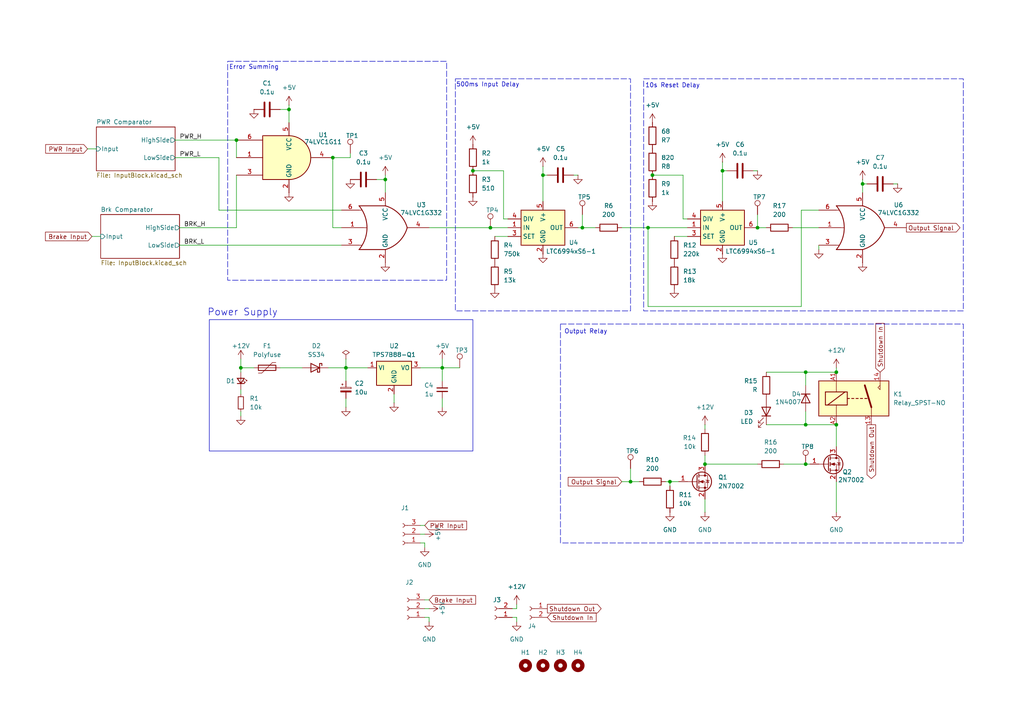
<source format=kicad_sch>
(kicad_sch (version 20250114) (generator "eeschema") (generator_version "9.0")
  (paper "A4")
  (title_block (title "BSPD ") (rev "v1.1") (company "York Formula Student"))
  (lib_symbols
    (symbol "!LJC:L78M"
      (property "Reference" "U" (at 4.318 9.652 0))
      (property "Value" "L78M05CDT" (at 5.334 7.366 0))
      (symbol "L78M_1_1"
        (rectangle (start 0 5.715) (end 10.16 -1.27) (stroke (width 0.25)) (fill (type background)))
        (pin power_in line (at -2.54 3.81 0) (length 2.54) (name "VI") (number "1"))
        (pin power_in line (at 5.08 -3.81 90) (length 2.54) (name "GND") (number "2"))
        (pin power_out line (at 12.7 3.81 180) (length 2.54) (name "VO") (number "3"))
      )
    )
    (symbol "74xGxx:74LVC1G11"
      (property "Reference" "U" (at -5.08 10.16 0))
      (property "Value" "74LVC1G11" (at 7.62 -10.16 0))
      (symbol "74LVC1G11_0_1"
        (arc (start 0 6.35) (mid 6.3224 0) (end 0 -6.35) (stroke (width 0.254)) (fill (type background)))
        (polyline (pts (xy 0 -6.35) (xy -7.62 -6.35) (xy -7.62 6.35) (xy 0 6.35)) (stroke (width 0.254)) (fill (type background)))
      )
      (symbol "74LVC1G11_1_1"
        (pin input line (at -15.24 5.08 0) (length 7.62) (name "~") (number "6"))
        (pin input line (at -15.24 0 0) (length 7.62) (name "~") (number "1"))
        (pin input line (at -15.24 -5.08 0) (length 7.62) (name "~") (number "3"))
        (pin power_in line (at 0 10.16 270) (length 3.81) (name "VCC") (number "5"))
        (pin power_in line (at 0 -10.16 90) (length 3.81) (name "GND") (number "2"))
        (pin output line (at 12.7 0 180) (length 6.35) (name "~") (number "4"))
      )
    )
    (symbol "74xGxx:74LVC1G332"
      (property "Reference" "U" (at -7.112 7.366 0))
      (property "Value" "74LVC1G332" (at 6.096 -7.62 0))
      (symbol "74LVC1G332_0_1"
        (arc (start -7.62 6.35) (mid -5.321 0) (end -7.62 -6.35) (stroke (width 0.254)))
        (polyline (pts (xy -7.62 5.08) (xy -6.858 5.08)))
        (polyline (pts (xy -7.62 -5.08) (xy -6.858 -5.08)))
        (polyline (pts (xy -6.35 0) (xy -5.334 0)))
        (arc (start 6.35 0) (mid 3.9978 -3.9978) (end 0 -6.35) (stroke (width 0.254)))
        (arc (start 0 6.35) (mid 3.9978 3.9978) (end 6.35 0) (stroke (width 0.254)))
        (polyline (pts (xy 0 6.35) (xy -7.62 6.35)) (stroke (width 0.254)) (fill (type background)))
        (polyline (pts (xy 0 -6.35) (xy -7.62 -6.35)) (stroke (width 0.254)) (fill (type background)))
      )
      (symbol "74LVC1G332_1_1"
        (pin input line (at -12.7 5.08 0) (length 5.08) (name "~") (number "6"))
        (pin input line (at -12.7 0 0) (length 6.35) (name "~") (number "1"))
        (pin input line (at -12.7 -5.08 0) (length 5.08) (name "~") (number "3"))
        (pin power_in line (at 0 10.16 270) (length 3.81) (name "VCC") (number "5"))
        (pin power_in line (at 0 -10.16 90) (length 3.81) (name "GND") (number "2"))
        (pin output line (at 12.7 0 180) (length 6.35) (name "~") (number "4"))
      )
    )
    (symbol "Connector:Conn_01x02_Socket" (pin_names (offset 1.016) (hide yes))
      (property "Reference" "J" (at 0 2.54 0))
      (property "Value" "Conn_01x02_Socket" (at 0 -5.08 0))
      (symbol "Conn_01x02_Socket_1_1"
        (polyline (pts (xy -1.27 0) (xy -0.508 0)) (stroke (width 0.1524)))
        (polyline (pts (xy -1.27 -2.54) (xy -0.508 -2.54)) (stroke (width 0.1524)))
        (arc (start 0 -0.508) (mid -0.5058 0) (end 0 0.508) (stroke (width 0.1524)))
        (arc (start 0 -3.048) (mid -0.5058 -2.54) (end 0 -2.032) (stroke (width 0.1524)))
        (pin passive line (at -5.08 0 0) (length 3.81) (name "Pin_1") (number "1"))
        (pin passive line (at -5.08 -2.54 0) (length 3.81) (name "Pin_2") (number "2"))
      )
    )
    (symbol "Connector:Conn_01x03_Socket" (pin_names (offset 1.016) (hide yes))
      (property "Reference" "J" (at 0 5.08 0))
      (property "Value" "Conn_01x03_Socket" (at 0 -5.08 0))
      (symbol "Conn_01x03_Socket_1_1"
        (polyline (pts (xy -1.27 2.54) (xy -0.508 2.54)) (stroke (width 0.1524)))
        (polyline (pts (xy -1.27 0) (xy -0.508 0)) (stroke (width 0.1524)))
        (polyline (pts (xy -1.27 -2.54) (xy -0.508 -2.54)) (stroke (width 0.1524)))
        (arc (start 0 2.032) (mid -0.5058 2.54) (end 0 3.048) (stroke (width 0.1524)))
        (arc (start 0 -0.508) (mid -0.5058 0) (end 0 0.508) (stroke (width 0.1524)))
        (arc (start 0 -3.048) (mid -0.5058 -2.54) (end 0 -2.032) (stroke (width 0.1524)))
        (pin passive line (at -5.08 2.54 0) (length 3.81) (name "Pin_1") (number "1"))
        (pin passive line (at -5.08 0 0) (length 3.81) (name "Pin_2") (number "2"))
        (pin passive line (at -5.08 -2.54 0) (length 3.81) (name "Pin_3") (number "3"))
      )
    )
    (symbol "Connector:TestPoint" (pin_numbers (hide yes)) (pin_names (offset 0.762) (hide yes))
      (property "Reference" "TP" (at 0 6.858 0))
      (property "Value" "TestPoint" (at 0 5.08 0))
      (symbol "TestPoint_0_1"
        (circle (center 0 3.302) (radius 0.762))
      )
      (symbol "TestPoint_1_1"
        (pin passive line (at 0 0 90) (length 2.54) (name "1") (number "1"))
      )
    )
    (symbol "Device:C" (pin_numbers (hide yes)) (pin_names (offset 0.254))
      (property "Reference" "C" (at 0.635 2.54 0))
      (property "Value" "C" (at 0.635 -2.54 0))
      (symbol "C_0_1"
        (polyline (pts (xy -2.032 0.762) (xy 2.032 0.762)) (stroke (width 0.508)))
        (polyline (pts (xy -2.032 -0.762) (xy 2.032 -0.762)) (stroke (width 0.508)))
      )
      (symbol "C_1_1"
        (pin passive line (at 0 3.81 270) (length 2.794) (name "~") (number "1"))
        (pin passive line (at 0 -3.81 90) (length 2.794) (name "~") (number "2"))
      )
    )
    (symbol "Device:C_Polarized_Small" (pin_numbers (hide yes)) (pin_names (offset 0.254) (hide yes))
      (property "Reference" "C" (at 0.254 1.778 0))
      (property "Value" "C_Polarized_Small" (at 0.254 -2.032 0))
      (symbol "C_Polarized_Small_0_1"
        (rectangle (start -1.524 0.6858) (end 1.524 0.3048))
        (rectangle (start -1.524 -0.3048) (end 1.524 -0.6858) (fill (type outline)))
        (polyline (pts (xy -1.27 1.524) (xy -0.762 1.524)))
        (polyline (pts (xy -1.016 1.27) (xy -1.016 1.778)))
      )
      (symbol "C_Polarized_Small_1_1"
        (pin passive line (at 0 2.54 270) (length 1.8542) (name "~") (number "1"))
        (pin passive line (at 0 -2.54 90) (length 1.8542) (name "~") (number "2"))
      )
    )
    (symbol "Device:C_Small" (pin_numbers (hide yes)) (pin_names (offset 0.254) (hide yes))
      (property "Reference" "C" (at 0.254 1.778 0))
      (property "Value" "C_Small" (at 0.254 -2.032 0))
      (symbol "C_Small_0_1"
        (polyline (pts (xy -1.524 0.508) (xy 1.524 0.508)) (stroke (width 0.3048)))
        (polyline (pts (xy -1.524 -0.508) (xy 1.524 -0.508)) (stroke (width 0.3302)))
      )
      (symbol "C_Small_1_1"
        (pin passive line (at 0 2.54 270) (length 2.032) (name "~") (number "1"))
        (pin passive line (at 0 -2.54 90) (length 2.032) (name "~") (number "2"))
      )
    )
    (symbol "Device:LED" (pin_numbers (hide yes)) (pin_names (offset 1.016) (hide yes))
      (property "Reference" "D" (at 0 2.54 0))
      (property "Value" "LED" (at 0 -2.54 0))
      (symbol "LED_0_1"
        (polyline (pts (xy -3.048 -0.762) (xy -4.572 -2.286) (xy -3.81 -2.286) (xy -4.572 -2.286) (xy -4.572 -1.524)))
        (polyline (pts (xy -1.778 -0.762) (xy -3.302 -2.286) (xy -2.54 -2.286) (xy -3.302 -2.286) (xy -3.302 -1.524)))
        (polyline (pts (xy -1.27 0) (xy 1.27 0)))
        (polyline (pts (xy -1.27 -1.27) (xy -1.27 1.27)) (stroke (width 0.254)))
        (polyline (pts (xy 1.27 -1.27) (xy 1.27 1.27) (xy -1.27 0) (xy 1.27 -1.27)) (stroke (width 0.254)))
      )
      (symbol "LED_1_1"
        (pin passive line (at -3.81 0 0) (length 2.54) (name "K") (number "1"))
        (pin passive line (at 3.81 0 180) (length 2.54) (name "A") (number "2"))
      )
    )
    (symbol "Device:LED_Small" (pin_numbers (hide yes)) (pin_names (offset 0.254) (hide yes))
      (property "Reference" "D" (at -1.27 3.175 0))
      (property "Value" "LED_Small" (at -4.445 -2.54 0))
      (symbol "LED_Small_0_1"
        (polyline (pts (xy -0.762 -1.016) (xy -0.762 1.016)) (stroke (width 0.254)))
        (polyline (pts (xy 0 0.762) (xy -0.508 1.27) (xy -0.254 1.27) (xy -0.508 1.27) (xy -0.508 1.016)))
        (polyline (pts (xy 0.508 1.27) (xy 0 1.778) (xy 0.254 1.778) (xy 0 1.778) (xy 0 1.524)))
        (polyline (pts (xy 0.762 -1.016) (xy -0.762 0) (xy 0.762 1.016) (xy 0.762 -1.016)) (stroke (width 0.254)))
        (polyline (pts (xy 1.016 0) (xy -0.762 0)))
      )
      (symbol "LED_Small_1_1"
        (pin passive line (at -2.54 0 0) (length 1.778) (name "K") (number "1"))
        (pin passive line (at 2.54 0 180) (length 1.778) (name "A") (number "2"))
      )
    )
    (symbol "Device:Polyfuse" (pin_numbers (hide yes)) (pin_names (offset 0))
      (property "Reference" "F" (at -2.54 0 90))
      (property "Value" "Polyfuse" (at 2.54 0 90))
      (symbol "Polyfuse_0_1"
        (polyline (pts (xy -1.524 2.54) (xy -1.524 1.524) (xy 1.524 -1.524) (xy 1.524 -2.54)))
        (rectangle (start -0.762 2.54) (end 0.762 -2.54) (stroke (width 0.254)))
        (polyline (pts (xy 0 2.54) (xy 0 -2.54)))
      )
      (symbol "Polyfuse_1_1"
        (pin passive line (at 0 3.81 270) (length 1.27) (name "~") (number "1"))
        (pin passive line (at 0 -3.81 90) (length 1.27) (name "~") (number "2"))
      )
    )
    (symbol "Device:R" (pin_numbers (hide yes)) (pin_names (offset 0))
      (property "Reference" "R" (at 2.032 0 90))
      (property "Value" "R" (at 0 0 90))
      (symbol "R_0_1"
        (rectangle (start -1.016 -2.54) (end 1.016 2.54) (stroke (width 0.254)))
      )
      (symbol "R_1_1"
        (pin passive line (at 0 3.81 270) (length 1.27) (name "~") (number "1"))
        (pin passive line (at 0 -3.81 90) (length 1.27) (name "~") (number "2"))
      )
    )
    (symbol "Device:R_Small" (pin_numbers (hide yes)) (pin_names (offset 0.254) (hide yes))
      (property "Reference" "R" (at 0.762 0.508 0))
      (property "Value" "R_Small" (at 0.762 -1.016 0))
      (symbol "R_Small_0_1"
        (rectangle (start -0.762 1.778) (end 0.762 -1.778) (stroke (width 0.2032)))
      )
      (symbol "R_Small_1_1"
        (pin passive line (at 0 2.54 270) (length 0.762) (name "~") (number "1"))
        (pin passive line (at 0 -2.54 90) (length 0.762) (name "~") (number "2"))
      )
    )
    (symbol "Diode:1N4007" (pin_numbers (hide yes)) (pin_names (hide yes))
      (property "Reference" "D" (at 0 2.54 0))
      (property "Value" "1N4007" (at 0 -2.54 0))
      (symbol "1N4007_0_1"
        (polyline (pts (xy -1.27 1.27) (xy -1.27 -1.27)) (stroke (width 0.254)))
        (polyline (pts (xy 1.27 1.27) (xy 1.27 -1.27) (xy -1.27 0) (xy 1.27 1.27)) (stroke (width 0.254)))
        (polyline (pts (xy 1.27 0) (xy -1.27 0)))
      )
      (symbol "1N4007_1_1"
        (pin passive line (at -3.81 0 0) (length 2.54) (name "K") (number "1"))
        (pin passive line (at 3.81 0 180) (length 2.54) (name "A") (number "2"))
      )
    )
    (symbol "Diode:SS34" (pin_numbers (hide yes)) (pin_names (offset 1.016) (hide yes))
      (property "Reference" "D" (at 0 2.54 0))
      (property "Value" "SS34" (at 0 -2.54 0))
      (symbol "SS34_0_1"
        (polyline (pts (xy -1.905 0.635) (xy -1.905 1.27) (xy -1.27 1.27) (xy -1.27 -1.27) (xy -0.635 -1.27) (xy -0.635 -0.635)) (stroke (width 0.254)))
        (polyline (pts (xy 1.27 1.27) (xy 1.27 -1.27) (xy -1.27 0) (xy 1.27 1.27)) (stroke (width 0.254)))
        (polyline (pts (xy 1.27 0) (xy -1.27 0)))
      )
      (symbol "SS34_1_1"
        (pin passive line (at -3.81 0 0) (length 2.54) (name "K") (number "1"))
        (pin passive line (at 3.81 0 180) (length 2.54) (name "A") (number "2"))
      )
    )
    (symbol "Mechanical:MountingHole" (pin_names (offset 1.016)) (exclude_from_sim yes) (in_bom no)
      (property "Reference" "H" (at 0 5.08 0))
      (property "Value" "MountingHole" (at 0 3.175 0))
      (symbol "MountingHole_0_1"
        (circle (center 0 0) (radius 1.27) (stroke (width 1.27)))
      )
    )
    (symbol "Relay:Relay_SPST-NO"
      (property "Reference" "K" (at 11.43 3.81 0))
      (property "Value" "Relay_SPST-NO" (at 11.43 1.27 0))
      (symbol "Relay_SPST-NO_0_0"
        (polyline (pts (xy 7.62 5.08) (xy 7.62 2.54) (xy 6.985 3.175) (xy 7.62 3.81)))
      )
      (symbol "Relay_SPST-NO_0_1"
        (rectangle (start -10.16 5.08) (end 10.16 -5.08) (stroke (width 0.254)) (fill (type background)))
        (rectangle (start -8.255 1.905) (end -1.905 -1.905) (stroke (width 0.254)))
        (polyline (pts (xy -7.62 -1.905) (xy -2.54 1.905)) (stroke (width 0.254)))
        (polyline (pts (xy -5.08 5.08) (xy -5.08 1.905)))
        (polyline (pts (xy -5.08 -5.08) (xy -5.08 -1.905)))
        (polyline (pts (xy -1.905 0) (xy -1.27 0)) (stroke (width 0.254)))
        (polyline (pts (xy -0.635 0) (xy 0 0)) (stroke (width 0.254)))
        (polyline (pts (xy 0.635 0) (xy 1.27 0)) (stroke (width 0.254)))
        (polyline (pts (xy 1.905 0) (xy 2.54 0)) (stroke (width 0.254)))
        (polyline (pts (xy 3.175 0) (xy 3.81 0)) (stroke (width 0.254)))
        (polyline (pts (xy 5.08 -2.54) (xy 3.175 3.81)) (stroke (width 0.508)))
        (polyline (pts (xy 5.08 -2.54) (xy 5.08 -5.08)))
      )
      (symbol "Relay_SPST-NO_1_1"
        (pin passive line (at -5.08 7.62 270) (length 2.54) (name "~") (number "A1"))
        (pin passive line (at -5.08 -7.62 90) (length 2.54) (name "~") (number "A2"))
        (pin passive line (at 5.08 -7.62 90) (length 2.54) (name "~") (number "13"))
        (pin passive line (at 7.62 7.62 270) (length 2.54) (name "~") (number "14"))
      )
    )
    (symbol "Timer:LTC6994xS6-1"
      (property "Reference" "U" (at -6.35 6.35 0))
      (property "Value" "LTC6994xS6-1" (at 7.62 6.35 0))
      (symbol "LTC6994xS6-1_0_1"
        (rectangle (start -6.35 5.08) (end 6.35 -5.08) (stroke (width 0.254)) (fill (type background)))
      )
      (symbol "LTC6994xS6-1_1_1"
        (pin input line (at -10.16 2.54 0) (length 3.81) (name "DIV") (number "4"))
        (pin input line (at -10.16 0 0) (length 3.81) (name "IN") (number "1"))
        (pin passive line (at -10.16 -2.54 0) (length 3.81) (name "SET") (number "3"))
        (pin power_in line (at 0 7.62 270) (length 2.54) (name "V+") (number "5"))
        (pin power_in line (at 0 -7.62 90) (length 2.54) (name "GND") (number "2"))
        (pin output line (at 10.16 0 180) (length 3.81) (name "OUT") (number "6"))
      )
    )
    (symbol "Transistor_FET:2N7002" (pin_names (hide yes))
      (property "Reference" "Q" (at 5.08 1.905 0))
      (property "Value" "2N7002" (at 5.08 0 0))
      (symbol "2N7002_0_1"
        (polyline (pts (xy 0.254 1.905) (xy 0.254 -1.905)) (stroke (width 0.254)))
        (polyline (pts (xy 0.254 0) (xy -2.54 0)))
        (polyline (pts (xy 0.762 2.286) (xy 0.762 1.27)) (stroke (width 0.254)))
        (polyline (pts (xy 0.762 0.508) (xy 0.762 -0.508)) (stroke (width 0.254)))
        (polyline (pts (xy 0.762 -1.27) (xy 0.762 -2.286)) (stroke (width 0.254)))
        (polyline (pts (xy 0.762 -1.778) (xy 3.302 -1.778) (xy 3.302 1.778) (xy 0.762 1.778)))
        (polyline (pts (xy 1.016 0) (xy 2.032 0.381) (xy 2.032 -0.381) (xy 1.016 0)) (fill (type outline)))
        (circle (center 1.651 0) (radius 2.794) (stroke (width 0.254)))
        (polyline (pts (xy 2.54 2.54) (xy 2.54 1.778)))
        (circle (center 2.54 1.778) (radius 0.254) (fill (type outline)))
        (circle (center 2.54 -1.778) (radius 0.254) (fill (type outline)))
        (polyline (pts (xy 2.54 -2.54) (xy 2.54 0) (xy 0.762 0)))
        (polyline (pts (xy 2.794 0.508) (xy 2.921 0.381) (xy 3.683 0.381) (xy 3.81 0.254)))
        (polyline (pts (xy 3.302 0.381) (xy 2.921 -0.254) (xy 3.683 -0.254) (xy 3.302 0.381)))
      )
      (symbol "2N7002_1_1"
        (pin input line (at -5.08 0 0) (length 2.54) (name "G") (number "1"))
        (pin passive line (at 2.54 5.08 270) (length 2.54) (name "D") (number "3"))
        (pin passive line (at 2.54 -5.08 90) (length 2.54) (name "S") (number "2"))
      )
    )
    (symbol "power:+12V" (power) (pin_numbers (hide yes)) (pin_names (offset 0) (hide yes))
      (property "Value" "+12V" (at 0 3.556 0))
      (symbol "+12V_0_1"
        (polyline (pts (xy -0.762 1.27) (xy 0 2.54)))
        (polyline (pts (xy 0 2.54) (xy 0.762 1.27)))
        (polyline (pts (xy 0 0) (xy 0 2.54)))
      )
      (symbol "+12V_1_1"
        (pin power_in line (at 0 0 90) (length 0) (name "~") (number "1"))
      )
    )
    (symbol "power:+5V" (power) (pin_numbers (hide yes)) (pin_names (offset 0) (hide yes))
      (property "Value" "+5V" (at 0 3.556 0))
      (symbol "+5V_0_1"
        (polyline (pts (xy -0.762 1.27) (xy 0 2.54)))
        (polyline (pts (xy 0 2.54) (xy 0.762 1.27)))
        (polyline (pts (xy 0 0) (xy 0 2.54)))
      )
      (symbol "+5V_1_1"
        (pin power_in line (at 0 0 90) (length 0) (name "~") (number "1"))
      )
    )
    (symbol "power:GND" (power) (pin_numbers (hide yes)) (pin_names (offset 0) (hide yes))
      (property "Value" "GND" (at 0 -3.81 0))
      (symbol "GND_0_1"
        (polyline (pts (xy 0 0) (xy 0 -1.27) (xy 1.27 -1.27) (xy 0 -2.54) (xy -1.27 -1.27) (xy 0 -1.27)))
      )
      (symbol "GND_1_1"
        (pin power_in line (at 0 0 270) (length 0) (name "~") (number "1"))
      )
    )
    (symbol "power:PWR_FLAG" (power) (pin_numbers (hide yes)) (pin_names (offset 0) (hide yes))
      (property "Value" "PWR_FLAG" (at 0 3.81 0))
      (symbol "PWR_FLAG_0_0"
        (pin power_out line (at 0 0 90) (length 0) (name "~") (number "1"))
      )
      (symbol "PWR_FLAG_0_1"
        (polyline (pts (xy 0 0) (xy 0 1.27) (xy -1.016 1.905) (xy 0 2.54) (xy 1.016 1.905) (xy 0 1.27)))
      )
    )
  )
  (rectangle (start 186.69 22.86) (end 279.4 90.17) (stroke (width 0) (type dash)))
  (rectangle (start 162.56 93.98) (end 279.4 157.48) (stroke (width 0) (type dash)))
  (rectangle (start 66.04 17.78) (end 129.54 81.28) (stroke (width 0) (type dash)))
  (rectangle (start 60.706 92.71) (end 137.16 130.81))
  (rectangle (start 132.08 22.86) (end 182.88 90.17) (stroke (width 0) (type dash)))
  (text "500ms Input Delay" (at 141.478 24.638 0) (effects (font (size 1.27 1.27))))
  (text "Error Summing" (at 73.66 19.558 0) (effects (font (size 1.27 1.27))))
  (text "Power Supply" (at 70.358 90.678 0) (effects (font (size 2 2))))
  (text "10s Reset Delay" (at 195.072 24.892 0) (effects (font (size 1.27 1.27))))
  (text "Output Relay" (at 169.926 96.266 0) (effects (font (size 1.27 1.27))))
  (junction (at 157.48 50.8))
  (junction (at 233.68 123.19))
  (junction (at 168.91 66.04))
  (junction (at 182.88 139.7))
  (junction (at 242.57 123.19))
  (junction (at 194.31 139.7))
  (junction (at 242.57 107.95))
  (junction (at 111.76 52.07))
  (junction (at 128.27 106.68))
  (junction (at 137.16 49.53))
  (junction (at 187.96 66.04))
  (junction (at 204.47 134.62))
  (junction (at 233.68 107.95))
  (junction (at 233.68 134.62))
  (junction (at 69.85 106.68))
  (junction (at 189.23 50.8))
  (junction (at 96.52 45.72))
  (junction (at 250.19 53.34))
  (junction (at 209.55 49.53))
  (junction (at 100.33 106.68))
  (junction (at 219.71 66.04))
  (junction (at 68.58 40.64))
  (junction (at 83.82 31.75))
  (junction (at 142.24 66.04))
  (wire (pts (xy 147.32 63.5) (xy 146.05 63.5)))
  (wire (pts (xy 50.8 45.72) (xy 63.5 45.72)))
  (wire (pts (xy 148.59 179.07) (xy 149.86 179.07)))
  (wire (pts (xy 204.47 134.62) (xy 219.71 134.62)))
  (wire (pts (xy 100.33 115.57) (xy 100.33 118.11)))
  (wire (pts (xy 123.19 154.94) (xy 121.92 154.94)))
  (wire (pts (xy 187.96 66.04) (xy 199.39 66.04)))
  (wire (pts (xy 204.47 123.19) (xy 204.47 124.46)))
  (wire (pts (xy 69.85 106.68) (xy 73.66 106.68)))
  (wire (pts (xy 96.52 66.04) (xy 99.06 66.04)))
  (wire (pts (xy 96.52 45.72) (xy 96.52 66.04)))
  (wire (pts (xy 123.19 157.48) (xy 123.19 158.75)))
  (wire (pts (xy 157.48 50.8) (xy 157.48 58.42)))
  (wire (pts (xy 83.82 30.48) (xy 83.82 31.75)))
  (wire (pts (xy 128.27 106.68) (xy 133.35 106.68)))
  (wire (pts (xy 68.58 66.04) (xy 68.58 50.8)))
  (wire (pts (xy 137.16 49.53) (xy 146.05 49.53)))
  (wire (pts (xy 250.19 53.34) (xy 250.19 55.88)))
  (wire (pts (xy 185.42 139.7) (xy 182.88 139.7)))
  (wire (pts (xy 124.46 66.04) (xy 142.24 66.04)))
  (wire (pts (xy 209.55 49.53) (xy 209.55 58.42)))
  (wire (pts (xy 180.34 66.04) (xy 187.96 66.04)))
  (wire (pts (xy 69.85 114.3) (xy 69.85 113.03)))
  (wire (pts (xy 187.96 88.9) (xy 232.41 88.9)))
  (wire (pts (xy 128.27 115.57) (xy 128.27 118.11)))
  (wire (pts (xy 146.05 63.5) (xy 146.05 49.53)))
  (wire (pts (xy 232.41 60.96) (xy 232.41 88.9)))
  (wire (pts (xy 210.82 49.53) (xy 209.55 49.53)))
  (wire (pts (xy 124.46 176.53) (xy 123.19 176.53)))
  (wire (pts (xy 148.59 176.53) (xy 149.86 176.53)))
  (wire (pts (xy 187.96 88.9) (xy 187.96 66.04)))
  (wire (pts (xy 69.85 120.65) (xy 69.85 119.38)))
  (wire (pts (xy 198.12 63.5) (xy 199.39 63.5)))
  (wire (pts (xy 168.91 62.23) (xy 168.91 66.04)))
  (wire (pts (xy 233.68 107.95) (xy 233.68 111.76)))
  (wire (pts (xy 114.3 114.3) (xy 114.3 116.84)))
  (wire (pts (xy 182.88 139.7) (xy 180.34 139.7)))
  (wire (pts (xy 63.5 60.96) (xy 63.5 45.72)))
  (wire (pts (xy 123.19 173.99) (xy 124.46 173.99)))
  (wire (pts (xy 143.51 68.58) (xy 147.32 68.58)))
  (wire (pts (xy 189.23 50.8) (xy 198.12 50.8)))
  (wire (pts (xy 250.19 53.34) (xy 251.46 53.34)))
  (wire (pts (xy 69.85 107.95) (xy 69.85 106.68)))
  (wire (pts (xy 259.08 53.34) (xy 260.35 53.34)))
  (wire (pts (xy 158.75 50.8) (xy 157.48 50.8)))
  (wire (pts (xy 242.57 106.68) (xy 242.57 107.95)))
  (wire (pts (xy 83.82 31.75) (xy 83.82 35.56)))
  (wire (pts (xy 229.87 66.04) (xy 237.49 66.04)))
  (wire (pts (xy 101.6 44.45) (xy 101.6 45.72)))
  (wire (pts (xy 81.28 31.75) (xy 83.82 31.75)))
  (wire (pts (xy 52.07 71.12) (xy 99.06 71.12)))
  (wire (pts (xy 194.31 139.7) (xy 196.85 139.7)))
  (wire (pts (xy 227.33 134.62) (xy 233.68 134.62)))
  (wire (pts (xy 222.25 107.95) (xy 233.68 107.95)))
  (wire (pts (xy 233.68 119.38) (xy 233.68 123.19)))
  (wire (pts (xy 172.72 66.04) (xy 168.91 66.04)))
  (wire (pts (xy 233.68 107.95) (xy 242.57 107.95)))
  (wire (pts (xy 182.88 135.89) (xy 182.88 139.7)))
  (wire (pts (xy 237.49 60.96) (xy 232.41 60.96)))
  (wire (pts (xy 121.92 152.4) (xy 123.19 152.4)))
  (wire (pts (xy 121.92 106.68) (xy 128.27 106.68)))
  (wire (pts (xy 233.68 134.62) (xy 234.95 134.62)))
  (wire (pts (xy 128.27 104.14) (xy 128.27 106.68)))
  (wire (pts (xy 250.19 52.07) (xy 250.19 53.34)))
  (wire (pts (xy 198.12 63.5) (xy 198.12 50.8)))
  (wire (pts (xy 81.28 106.68) (xy 87.63 106.68)))
  (wire (pts (xy 101.6 45.72) (xy 96.52 45.72)))
  (wire (pts (xy 68.58 40.64) (xy 68.58 45.72)))
  (wire (pts (xy 25.4 43.18) (xy 27.94 43.18)))
  (wire (pts (xy 121.92 157.48) (xy 123.19 157.48)))
  (wire (pts (xy 237.49 71.12) (xy 237.49 72.39)))
  (wire (pts (xy 242.57 123.19) (xy 242.57 129.54)))
  (wire (pts (xy 167.64 66.04) (xy 168.91 66.04)))
  (wire (pts (xy 157.48 48.26) (xy 157.48 50.8)))
  (wire (pts (xy 69.85 104.14) (xy 69.85 106.68)))
  (wire (pts (xy 218.44 49.53) (xy 219.71 49.53)))
  (wire (pts (xy 194.31 140.97) (xy 194.31 139.7)))
  (wire (pts (xy 100.33 106.68) (xy 100.33 110.49)))
  (wire (pts (xy 109.22 52.07) (xy 111.76 52.07)))
  (wire (pts (xy 219.71 62.23) (xy 219.71 66.04)))
  (wire (pts (xy 50.8 40.64) (xy 68.58 40.64)))
  (wire (pts (xy 124.46 179.07) (xy 124.46 180.34)))
  (wire (pts (xy 222.25 123.19) (xy 233.68 123.19)))
  (wire (pts (xy 149.86 176.53) (xy 149.86 175.26)))
  (wire (pts (xy 99.06 60.96) (xy 63.5 60.96)))
  (wire (pts (xy 233.68 123.19) (xy 242.57 123.19)))
  (wire (pts (xy 166.37 50.8) (xy 167.64 50.8)))
  (wire (pts (xy 242.57 148.59) (xy 242.57 139.7)))
  (wire (pts (xy 128.27 110.49) (xy 128.27 106.68)))
  (wire (pts (xy 195.58 68.58) (xy 199.39 68.58)))
  (wire (pts (xy 204.47 132.08) (xy 204.47 134.62)))
  (wire (pts (xy 193.04 139.7) (xy 194.31 139.7)))
  (wire (pts (xy 142.24 66.04) (xy 147.32 66.04)))
  (wire (pts (xy 100.33 104.14) (xy 100.33 106.68)))
  (wire (pts (xy 209.55 46.99) (xy 209.55 49.53)))
  (wire (pts (xy 123.19 179.07) (xy 124.46 179.07)))
  (wire (pts (xy 26.67 68.58) (xy 29.21 68.58)))
  (wire (pts (xy 204.47 148.59) (xy 204.47 144.78)))
  (wire (pts (xy 100.33 106.68) (xy 106.68 106.68)))
  (wire (pts (xy 52.07 66.04) (xy 68.58 66.04)))
  (wire (pts (xy 219.71 66.04) (xy 222.25 66.04)))
  (wire (pts (xy 95.25 106.68) (xy 100.33 106.68)))
  (wire (pts (xy 111.76 50.8) (xy 111.76 52.07)))
  (wire (pts (xy 111.76 52.07) (xy 111.76 55.88)))
  (wire (pts (xy 149.86 179.07) (xy 149.86 180.34)))
  (label "BRK_H" (at 53.34 66.04 0))
  (label "PWR_L" (at 52.07 45.72 0))
  (label "PWR_H" (at 52.07 40.64 0))
  (label "BRK_L" (at 53.34 71.12 0))
  (global_label "Shutdown Out" (shape output) (at 252.73 123.19 270) (property "Intersheetrefs" "${INTERSHEET_REFS}" (effects (hide yes))))
  (global_label "Brake Input" (shape input) (at 124.46 173.99 0) (property "Intersheetrefs" "${INTERSHEET_REFS}" (effects (hide yes))))
  (global_label "PWR Input" (shape input) (at 25.4 43.18 180) (property "Intersheetrefs" "${INTERSHEET_REFS}" (effects (hide yes))))
  (global_label "Output Signal" (shape output) (at 262.89 66.04 0) (property "Intersheetrefs" "${INTERSHEET_REFS}" (effects (hide yes))))
  (global_label "Shutdown In" (shape input) (at 255.27 107.95 90) (property "Intersheetrefs" "${INTERSHEET_REFS}" (effects (hide yes))))
  (global_label "Shutdown Out" (shape output) (at 158.75 176.53 0) (property "Intersheetrefs" "${INTERSHEET_REFS}" (effects (hide yes))))
  (global_label "Output Signal" (shape input) (at 180.34 139.7 180) (property "Intersheetrefs" "${INTERSHEET_REFS}" (effects (hide yes))))
  (global_label "Brake Input" (shape input) (at 26.67 68.58 180) (property "Intersheetrefs" "${INTERSHEET_REFS}" (effects (hide yes))))
  (global_label "PWR Input" (shape input) (at 123.19 152.4 0) (property "Intersheetrefs" "${INTERSHEET_REFS}" (effects (hide yes))))
  (global_label "Shutdown In" (shape input) (at 158.75 179.07 0) (property "Intersheetrefs" "${INTERSHEET_REFS}" (effects (hide yes))))
  (symbol (lib_id "Transistor_FET:2N7002") (at 201.93 139.7 0) (unit 1)
    (property "Reference" "Q1" (at 208.28 138.4299 0) (effects (justify left)))
    (property "Value" "2N7002" (at 208.28 140.9699 0) (effects (justify left)))
    (property "Footprint" "Package_TO_SOT_SMD:SOT-23" (effects (hide yes)))
    (property "Datasheet" "https://www.onsemi.com/pub/Collateral/NDS7002A-D.PDF" (effects (hide yes)))
    (property "Description" "0.115A Id, 60V Vds, N-Channel MOSFET, SOT-23" (effects (hide yes)))
  )
  (symbol (lib_id "Mechanical:MountingHole") (at 157.48 193.04 0) (unit 1) (exclude_from_sim yes) (in_bom no)
    (property "Reference" "H2" (at 157.48 189.23 0))
    (property "Value" "MountingHole" (effects (hide yes)))
    (property "Footprint" "MountingHole:MountingHole_3.2mm_M3_Pad_Via" (effects (hide yes)))
    (property "Description" "Mounting Hole without connection" (effects (hide yes)))
  )
  (symbol (lib_id "Device:R") (at 223.52 134.62 90) (unit 1)
    (property "Reference" "R16" (at 223.52 128.27 90))
    (property "Value" "200" (at 223.52 130.81 90))
    (property "Footprint" "Resistor_SMD:R_0603_1608Metric" (effects (hide yes)))
    (property "Description" "Resistor" (effects (hide yes)))
  )
  (symbol (lib_id "Connector:TestPoint") (at 219.71 62.23 0) (unit 1)
    (property "Reference" "TP7" (at 218.44 57.15 0) (effects (justify left)))
    (property "Value" "TestPoint" (effects (hide yes)))
    (property "Footprint" "TestPoint:TestPoint_Keystone_5000-5004_Miniature" (effects (hide yes)))
    (property "Description" "test point" (effects (hide yes)))
  )
  (symbol (lib_id "power:+5V") (at 83.82 30.48 0) (unit 1)
    (property "Reference" "#PWR04" (effects (hide yes)))
    (property "Value" "+5V" (at 83.82 25.4 0))
    (property "Description" "Power symbol creates a global label with name \"+5V\"" (effects (hide yes)))
  )
  (symbol (lib_id "Device:LED") (at 222.25 119.38 270) (mirror x) (unit 1)
    (property "Reference" "D3" (at 218.44 119.6974 90) (effects (justify right)))
    (property "Value" "LED" (at 218.44 122.2374 90) (effects (justify right)))
    (property "Footprint" "LED_SMD:LED_0603_1608Metric" (effects (hide yes)))
    (property "Description" "Light emitting diode" (effects (hide yes)))
  )
  (symbol (lib_id "Diode:SS34") (at 91.44 106.68 0) (mirror y) (unit 1)
    (property "Reference" "D2" (at 91.7575 100.33 0))
    (property "Value" "SS34" (at 91.7575 102.87 0))
    (property "Footprint" "Diode_SMD:D_SMA" (effects (hide yes)))
    (property "Datasheet" "https://www.vishay.com/docs/88751/ss32.pdf" (effects (hide yes)))
    (property "Description" "40V 3A Schottky Diode, SMA" (effects (hide yes)))
  )
  (symbol (lib_id "power:GND") (at 149.86 180.34 0) (unit 1)
    (property "Reference" "#PWR021" (effects (hide yes)))
    (property "Value" "GND" (at 149.86 185.42 0))
    (property "Description" "Power symbol creates a global label with name \"GND\" , ground" (effects (hide yes)))
  )
  (symbol (lib_id "power:GND") (at 137.16 57.15 0) (unit 1)
    (property "Reference" "#PWR018" (effects (hide yes)))
    (property "Value" "GND" (effects (hide yes)))
    (property "Description" "Power symbol creates a global label with name \"GND\" , ground" (effects (hide yes)))
  )
  (symbol (lib_id "power:+5V") (at 189.23 35.56 0) (unit 1)
    (property "Reference" "#PWR025" (effects (hide yes)))
    (property "Value" "+5V" (at 189.23 30.48 0))
    (property "Description" "Power symbol creates a global label with name \"+5V\"" (effects (hide yes)))
  )
  (symbol (lib_id "Device:R_Small") (at 69.85 116.84 0) (mirror y) (unit 1)
    (property "Reference" "R1" (at 72.39 115.5699 0) (effects (justify right)))
    (property "Value" "10k" (at 72.39 118.1099 0) (effects (justify right)))
    (property "Footprint" "Resistor_SMD:R_0603_1608Metric" (effects (hide yes)))
    (property "Description" "Resistor, small symbol" (effects (hide yes)))
  )
  (symbol (lib_id "Device:R") (at 195.58 80.01 0) (unit 1)
    (property "Reference" "R13" (at 198.12 78.7399 0) (effects (justify left)))
    (property "Value" "18k" (at 198.12 81.2799 0) (effects (justify left)))
    (property "Footprint" "Resistor_SMD:R_0603_1608Metric" (effects (hide yes)))
    (property "Description" "Resistor" (effects (hide yes)))
  )
  (symbol (lib_id "Device:R") (at 176.53 66.04 270) (unit 1)
    (property "Reference" "R6" (at 176.53 59.69 90))
    (property "Value" "200" (at 176.53 62.23 90))
    (property "Footprint" "Resistor_SMD:R_0603_1608Metric" (effects (hide yes)))
    (property "Description" "Resistor" (effects (hide yes)))
  )
  (symbol (lib_id "power:+5V") (at 250.19 52.07 0) (mirror y) (unit 1)
    (property "Reference" "#PWR037" (effects (hide yes)))
    (property "Value" "+5V" (at 250.19 46.99 0))
    (property "Description" "Power symbol creates a global label with name \"+5V\"" (effects (hide yes)))
  )
  (symbol (lib_id "power:GND") (at 189.23 58.42 0) (unit 1)
    (property "Reference" "#PWR026" (effects (hide yes)))
    (property "Value" "GND" (effects (hide yes)))
    (property "Description" "Power symbol creates a global label with name \"GND\" , ground" (effects (hide yes)))
  )
  (symbol (lib_id "power:GND") (at 204.47 148.59 0) (unit 1)
    (property "Reference" "#PWR030" (effects (hide yes)))
    (property "Value" "GND" (at 204.47 153.67 0))
    (property "Description" "Power symbol creates a global label with name \"GND\" , ground" (effects (hide yes)))
  )
  (symbol (lib_id "power:GND") (at 260.35 53.34 0) (mirror y) (unit 1)
    (property "Reference" "#PWR039" (effects (hide yes)))
    (property "Value" "GND" (effects (hide yes)))
    (property "Description" "Power symbol creates a global label with name \"GND\" , ground" (effects (hide yes)))
  )
  (symbol (lib_id "Connector:TestPoint") (at 142.24 66.04 0) (unit 1)
    (property "Reference" "TP4" (at 140.97 60.96 0) (effects (justify left)))
    (property "Value" "TestPoint" (effects (hide yes)))
    (property "Footprint" "TestPoint:TestPoint_Keystone_5000-5004_Miniature" (effects (hide yes)))
    (property "Description" "test point" (effects (hide yes)))
  )
  (symbol (lib_id "Device:C_Small") (at 128.27 113.03 0) (unit 1)
    (property "Reference" "C4" (at 125.73 111.7662 0) (effects (justify right)))
    (property "Value" "1u" (at 125.73 114.3062 0) (effects (justify right)))
    (property "Footprint" "Capacitor_SMD:C_0603_1608Metric" (effects (hide yes)))
    (property "Description" "Unpolarized capacitor, small symbol" (effects (hide yes)))
  )
  (symbol (lib_id "power:GND") (at 101.6 52.07 0) (unit 1)
    (property "Reference" "#PWR07" (effects (hide yes)))
    (property "Value" "GND" (effects (hide yes)))
    (property "Description" "Power symbol creates a global label with name \"GND\" , ground" (effects (hide yes)))
  )
  (symbol (lib_id "power:+12V") (at 242.57 106.68 0) (unit 1)
    (property "Reference" "#PWR035" (effects (hide yes)))
    (property "Value" "+12V" (at 242.57 101.6 0))
    (property "Description" "Power symbol creates a global label with name \"+12V\"" (effects (hide yes)))
  )
  (symbol (lib_id "power:GND") (at 111.76 76.2 0) (unit 1)
    (property "Reference" "#PWR09" (effects (hide yes)))
    (property "Value" "GND" (effects (hide yes)))
    (property "Description" "Power symbol creates a global label with name \"GND\" , ground" (effects (hide yes)))
  )
  (symbol (lib_id "power:+12V") (at 69.85 104.14 0) (unit 1)
    (property "Reference" "#PWR01" (effects (hide yes)))
    (property "Value" "+12V" (at 69.85 100.33 0))
    (property "Description" "Power symbol creates a global label with name \"+12V\"" (effects (hide yes)))
  )
  (symbol (lib_id "power:GND") (at 242.57 148.59 0) (unit 1)
    (property "Reference" "#PWR036" (effects (hide yes)))
    (property "Value" "GND" (at 242.57 153.67 0))
    (property "Description" "Power symbol creates a global label with name \"GND\" , ground" (effects (hide yes)))
  )
  (symbol (lib_id "power:GND") (at 73.66 31.75 0) (unit 1)
    (property "Reference" "#PWR03" (effects (hide yes)))
    (property "Value" "GND" (effects (hide yes)))
    (property "Description" "Power symbol creates a global label with name \"GND\" , ground" (effects (hide yes)))
  )
  (symbol (lib_id "Device:R") (at 194.31 144.78 0) (unit 1)
    (property "Reference" "R11" (at 196.85 143.5099 0) (effects (justify left)))
    (property "Value" "10k" (at 196.85 146.0499 0) (effects (justify left)))
    (property "Footprint" "Resistor_SMD:R_0603_1608Metric" (effects (hide yes)))
    (property "Description" "Resistor" (effects (hide yes)))
  )
  (symbol (lib_id "Device:R") (at 189.23 46.99 0) (mirror x) (unit 1)
    (property "Reference" "R8" (at 191.77 48.2601 0) (effects (justify left)))
    (property "Value" "820" (at 191.77 45.7201 0) (effects (justify left)))
    (property "Footprint" "Resistor_SMD:R_0603_1608Metric" (effects (hide yes)))
    (property "Description" "Resistor" (effects (hide yes)))
  )
  (symbol (lib_id "power:GND") (at 128.27 118.11 0) (unit 1)
    (property "Reference" "#PWR016" (effects (hide yes)))
    (property "Value" "GND" (effects (hide yes)))
    (property "Description" "Power symbol creates a global label with name \"GND\" , ground" (effects (hide yes)))
  )
  (symbol (lib_id "power:+12V") (at 204.47 123.19 0) (unit 1)
    (property "Reference" "#PWR029" (effects (hide yes)))
    (property "Value" "+12V" (at 204.47 118.11 0))
    (property "Description" "Power symbol creates a global label with name \"+12V\"" (effects (hide yes)))
  )
  (symbol (lib_id "power:GND") (at 100.33 118.11 0) (unit 1)
    (property "Reference" "#PWR06" (effects (hide yes)))
    (property "Value" "GND" (effects (hide yes)))
    (property "Description" "Power symbol creates a global label with name \"GND\" , ground" (effects (hide yes)))
  )
  (symbol (lib_id "power:GND") (at 157.48 73.66 0) (unit 1)
    (property "Reference" "#PWR023" (effects (hide yes)))
    (property "Value" "GND" (effects (hide yes)))
    (property "Description" "Power symbol creates a global label with name \"GND\" , ground" (effects (hide yes)))
  )
  (symbol (lib_id "Diode:1N4007") (at 233.68 115.57 270) (unit 1)
    (property "Reference" "D4" (at 229.616 114.3 90) (effects (justify left)))
    (property "Value" "1N4007" (at 224.79 116.586 90) (effects (justify left)))
    (property "Footprint" "Diode_SMD:D_SOD-123F" (effects (hide yes)))
    (property "Datasheet" "http://www.vishay.com/docs/88503/1n4001.pdf" (effects (hide yes)))
    (property "Description" "1000V 1A General Purpose Rectifier Diode, DO-41" (effects (hide yes)))
    (property "Sim.Device" "D" (effects (hide yes)))
    (property "Sim.Pins" "1=K 2=A" (effects (hide yes)))
  )
  (symbol (lib_id "Device:R") (at 137.16 45.72 0) (unit 1)
    (property "Reference" "R2" (at 139.7 44.4499 0) (effects (justify left)))
    (property "Value" "1k" (at 139.7 46.9899 0) (effects (justify left)))
    (property "Footprint" "Resistor_SMD:R_0603_1608Metric" (effects (hide yes)))
    (property "Description" "Resistor" (effects (hide yes)))
  )
  (symbol (lib_id "Device:R") (at 189.23 39.37 0) (mirror x) (unit 1)
    (property "Reference" "R7" (at 191.77 40.6401 0) (effects (justify left)))
    (property "Value" "68" (at 191.77 38.1001 0) (effects (justify left)))
    (property "Footprint" "Resistor_SMD:R_0603_1608Metric" (effects (hide yes)))
    (property "Description" "Resistor" (effects (hide yes)))
  )
  (symbol (lib_id "Device:Polyfuse") (at 77.47 106.68 90) (unit 1)
    (property "Reference" "F1" (at 77.47 100.33 90))
    (property "Value" "Polyfuse" (at 77.47 102.87 90))
    (property "Footprint" "Resistor_SMD:R_0805_2012Metric" (effects (hide yes)))
    (property "Description" "Resettable fuse, polymeric positive temperature coefficient" (effects (hide yes)))
  )
  (symbol (lib_id "power:GND") (at 237.49 72.39 0) (unit 1)
    (property "Reference" "#PWR034" (effects (hide yes)))
    (property "Value" "GND" (effects (hide yes)))
    (property "Description" "Power symbol creates a global label with name \"GND\" , ground" (effects (hide yes)))
  )
  (symbol (lib_id "Device:R") (at 143.51 72.39 180) (unit 1)
    (property "Reference" "R4" (at 146.05 71.1199 0) (effects (justify right)))
    (property "Value" "750k" (at 146.05 73.6599 0) (effects (justify right)))
    (property "Footprint" "Resistor_SMD:R_0603_1608Metric" (effects (hide yes)))
    (property "Description" "Resistor" (effects (hide yes)))
  )
  (symbol (lib_id "power:GND") (at 69.85 120.65 0) (unit 1)
    (property "Reference" "#PWR02" (effects (hide yes)))
    (property "Value" "GND" (effects (hide yes)))
    (property "Description" "Power symbol creates a global label with name \"GND\" , ground" (effects (hide yes)))
  )
  (symbol (lib_id "Device:R") (at 137.16 53.34 180) (unit 1)
    (property "Reference" "R3" (at 139.7 52.0699 0) (effects (justify right)))
    (property "Value" "510" (at 139.7 54.6099 0) (effects (justify right)))
    (property "Footprint" "Resistor_SMD:R_0603_1608Metric" (effects (hide yes)))
    (property "Description" "Resistor" (effects (hide yes)))
  )
  (symbol (lib_id "Mechanical:MountingHole") (at 152.4 193.04 0) (unit 1) (exclude_from_sim yes) (in_bom no)
    (property "Reference" "H1" (at 152.4 189.23 0))
    (property "Value" "MountingHole" (effects (hide yes)))
    (property "Footprint" "MountingHole:MountingHole_3.2mm_M3_Pad_Via" (effects (hide yes)))
    (property "Description" "Mounting Hole without connection" (effects (hide yes)))
  )
  (symbol (lib_id "Device:LED_Small") (at 69.85 110.49 270) (mirror x) (unit 1)
    (property "Reference" "D1" (at 65.532 110.49 90) (effects (justify left)))
    (property "Value" "LED_Small" (effects (hide yes)))
    (property "Footprint" "LED_SMD:LED_0603_1608Metric" (effects (hide yes)))
    (property "Description" "Light emitting diode, small symbol" (effects (hide yes)))
  )
  (symbol (lib_id "power:+12V") (at 123.19 154.94 270) (unit 1)
    (property "Reference" "#PWR011" (effects (hide yes)))
    (property "Value" "+5V" (at 127 154.94 0))
    (property "Description" "Power symbol creates a global label with name \"+12V\"" (effects (hide yes)))
  )
  (symbol (lib_id "Device:R") (at 143.51 80.01 180) (unit 1)
    (property "Reference" "R5" (at 146.05 78.7399 0) (effects (justify right)))
    (property "Value" "13k" (at 146.05 81.2799 0) (effects (justify right)))
    (property "Footprint" "Resistor_SMD:R_0603_1608Metric" (effects (hide yes)))
    (property "Description" "Resistor" (effects (hide yes)))
  )
  (symbol (lib_id "power:+5V") (at 209.55 46.99 0) (unit 1)
    (property "Reference" "#PWR031" (effects (hide yes)))
    (property "Value" "+5V" (at 209.55 41.91 0))
    (property "Description" "Power symbol creates a global label with name \"+5V\"" (effects (hide yes)))
  )
  (symbol (lib_id "Relay:Relay_SPST-NO") (at 247.65 115.57 0) (unit 1)
    (property "Reference" "K1" (at 259.08 114.2999 0) (effects (justify left)))
    (property "Value" "Relay_SPST-NO" (at 259.08 116.8399 0) (effects (justify left)))
    (property "Footprint" "Relay_THT:Relay_SPST_Omron_G2RL-1A" (effects (hide yes)))
    (property "Description" "Relay SPST, Normally Open, EN50005" (effects (hide yes)))
  )
  (symbol (lib_id "Connector:TestPoint") (at 168.91 62.23 0) (unit 1)
    (property "Reference" "TP5" (at 167.64 57.15 0) (effects (justify left)))
    (property "Value" "TestPoint" (effects (hide yes)))
    (property "Footprint" "TestPoint:TestPoint_Keystone_5000-5004_Miniature" (effects (hide yes)))
    (property "Description" "test point" (effects (hide yes)))
  )
  (symbol (lib_id "power:+5V") (at 111.76 50.8 0) (unit 1)
    (property "Reference" "#PWR08" (effects (hide yes)))
    (property "Value" "+5V" (at 111.76 45.72 0))
    (property "Description" "Power symbol creates a global label with name \"+5V\"" (effects (hide yes)))
  )
  (symbol (lib_id "power:GND") (at 123.19 158.75 0) (unit 1)
    (property "Reference" "#PWR012" (effects (hide yes)))
    (property "Value" "GND" (at 123.19 163.83 0))
    (property "Description" "Power symbol creates a global label with name \"GND\" , ground" (effects (hide yes)))
  )
  (symbol (lib_id "Connector:Conn_01x02_Socket") (at 143.51 179.07 180) (unit 1)
    (property "Reference" "J3" (at 144.145 173.99 0))
    (property "Value" "Conn_01x02_Socket" (effects (hide yes)))
    (property "Footprint" "MyLibrary:MolexMicrofitPlus1x2" (effects (hide yes)))
    (property "Description" "Generic connector, single row, 01x02, script generated" (effects (hide yes)))
  )
  (symbol (lib_id "Device:C") (at 162.56 50.8 270) (unit 1)
    (property "Reference" "C5" (at 162.56 43.18 90))
    (property "Value" "0.1u" (at 162.56 45.72 90))
    (property "Footprint" "Capacitor_SMD:C_0603_1608Metric" (effects (hide yes)))
    (property "Description" "Unpolarized capacitor" (effects (hide yes)))
  )
  (symbol (lib_id "power:+12V") (at 124.46 176.53 270) (unit 1)
    (property "Reference" "#PWR013" (effects (hide yes)))
    (property "Value" "+5V" (at 128.27 176.53 0))
    (property "Description" "Power symbol creates a global label with name \"+12V\"" (effects (hide yes)))
  )
  (symbol (lib_id "power:+5V") (at 157.48 48.26 0) (unit 1)
    (property "Reference" "#PWR022" (effects (hide yes)))
    (property "Value" "+5V" (at 157.48 43.18 0))
    (property "Description" "Power symbol creates a global label with name \"+5V\"" (effects (hide yes)))
  )
  (symbol (lib_id "Device:R") (at 189.23 139.7 90) (unit 1)
    (property "Reference" "R10" (at 189.23 133.35 90))
    (property "Value" "200" (at 189.23 135.89 90))
    (property "Footprint" "Resistor_SMD:R_0603_1608Metric" (effects (hide yes)))
    (property "Description" "Resistor" (effects (hide yes)))
  )
  (symbol (lib_id "Device:R") (at 222.25 111.76 0) (mirror y) (unit 1)
    (property "Reference" "R15" (at 219.71 110.4899 0) (effects (justify left)))
    (property "Value" "R" (at 219.71 113.0299 0) (effects (justify left)))
    (property "Footprint" "Resistor_SMD:R_0603_1608Metric" (effects (hide yes)))
    (property "Description" "Resistor" (effects (hide yes)))
  )
  (symbol (lib_id "Device:C") (at 214.63 49.53 90) (unit 1)
    (property "Reference" "C6" (at 214.63 41.91 90))
    (property "Value" "0.1u" (at 214.63 44.45 90))
    (property "Footprint" "Capacitor_SMD:C_0603_1608Metric" (effects (hide yes)))
    (property "Description" "Unpolarized capacitor" (effects (hide yes)))
  )
  (symbol (lib_id "power:PWR_FLAG") (at 100.33 104.14 0) (unit 1)
    (property "Reference" "#FLG01" (effects (hide yes)))
    (property "Value" "PWR_FLAG" (effects (hide yes)))
    (property "Description" "Special symbol for telling ERC where power comes from" (effects (hide yes)))
  )
  (symbol (lib_id "power:GND") (at 209.55 73.66 0) (unit 1)
    (property "Reference" "#PWR032" (effects (hide yes)))
    (property "Value" "GND" (effects (hide yes)))
    (property "Description" "Power symbol creates a global label with name \"GND\" , ground" (effects (hide yes)))
  )
  (symbol (lib_id "!LJC:L78M") (at 109.22 110.49 0) (unit 1)
    (property "Reference" "U2" (at 114.3 100.33 0))
    (property "Value" "TPS7B88-Q1" (at 114.3 102.87 0))
    (property "Footprint" "Package_TO_SOT_SMD:TO-252-2" (effects (hide yes)))
  )
  (symbol (lib_id "Device:R") (at 189.23 54.61 180) (unit 1)
    (property "Reference" "R9" (at 191.77 53.3399 0) (effects (justify right)))
    (property "Value" "1k" (at 191.77 55.8799 0) (effects (justify right)))
    (property "Footprint" "Resistor_SMD:R_0603_1608Metric" (effects (hide yes)))
    (property "Description" "Resistor" (effects (hide yes)))
  )
  (symbol (lib_id "power:GND") (at 83.82 55.88 0) (unit 1)
    (property "Reference" "#PWR05" (effects (hide yes)))
    (property "Value" "GND" (effects (hide yes)))
    (property "Description" "Power symbol creates a global label with name \"GND\" , ground" (effects (hide yes)))
  )
  (symbol (lib_id "Timer:LTC6994xS6-1") (at 157.48 66.04 0) (unit 1)
    (property "Reference" "U4" (at 166.37 70.358 0))
    (property "Value" "LTC6994xS6-1" (at 165.608 72.898 0))
    (property "Footprint" "Package_TO_SOT_SMD:TSOT-23-6" (effects (hide yes)))
    (property "Datasheet" "https://www.analog.com/media/en/technical-documentation/data-sheets/699412fb.pdf" (effects (hide yes)))
    (property "Description" "TimerBlox Delay Block, Programmable, Noise Discriminator, Rising or Falling Edge, TSOT-23-6" (effects (hide yes)))
  )
  (symbol (lib_id "Device:R") (at 195.58 72.39 0) (unit 1)
    (property "Reference" "R12" (at 198.12 71.1199 0) (effects (justify left)))
    (property "Value" "220k" (at 198.12 73.6599 0) (effects (justify left)))
    (property "Footprint" "Resistor_SMD:R_0603_1608Metric" (effects (hide yes)))
    (property "Description" "Resistor" (effects (hide yes)))
  )
  (symbol (lib_id "power:+5V") (at 137.16 41.91 0) (unit 1)
    (property "Reference" "#PWR017" (effects (hide yes)))
    (property "Value" "+5V" (at 137.16 36.83 0))
    (property "Description" "Power symbol creates a global label with name \"+5V\"" (effects (hide yes)))
  )
  (symbol (lib_id "Device:C") (at 77.47 31.75 270) (unit 1)
    (property "Reference" "C1" (at 77.47 24.13 90))
    (property "Value" "0.1u" (at 77.47 26.67 90))
    (property "Footprint" "Capacitor_SMD:C_0603_1608Metric" (effects (hide yes)))
    (property "Description" "Unpolarized capacitor" (effects (hide yes)))
  )
  (symbol (lib_id "Mechanical:MountingHole") (at 162.56 193.04 0) (unit 1) (exclude_from_sim yes) (in_bom no)
    (property "Reference" "H3" (at 162.56 189.23 0))
    (property "Value" "MountingHole" (effects (hide yes)))
    (property "Footprint" "MountingHole:MountingHole_3.2mm_M3_Pad_Via" (effects (hide yes)))
    (property "Description" "Mounting Hole without connection" (effects (hide yes)))
  )
  (symbol (lib_id "power:GND") (at 195.58 83.82 0) (unit 1)
    (property "Reference" "#PWR028" (effects (hide yes)))
    (property "Value" "GND" (effects (hide yes)))
    (property "Description" "Power symbol creates a global label with name \"GND\" , ground" (effects (hide yes)))
  )
  (symbol (lib_id "Connector:TestPoint") (at 133.35 106.68 0) (unit 1)
    (property "Reference" "TP3" (at 132.08 101.6 0) (effects (justify left)))
    (property "Value" "TestPoint" (effects (hide yes)))
    (property "Footprint" "TestPoint:TestPoint_Keystone_5000-5004_Miniature" (effects (hide yes)))
    (property "Description" "test point" (effects (hide yes)))
  )
  (symbol (lib_id "power:GND") (at 219.71 49.53 0) (unit 1)
    (property "Reference" "#PWR033" (effects (hide yes)))
    (property "Value" "GND" (effects (hide yes)))
    (property "Description" "Power symbol creates a global label with name \"GND\" , ground" (effects (hide yes)))
  )
  (symbol (lib_id "power:+12V") (at 149.86 175.26 0) (unit 1)
    (property "Reference" "#PWR020" (effects (hide yes)))
    (property "Value" "+12V" (at 149.86 170.18 0))
    (property "Description" "Power symbol creates a global label with name \"+12V\"" (effects (hide yes)))
  )
  (symbol (lib_id "Mechanical:MountingHole") (at 167.64 193.04 0) (unit 1) (exclude_from_sim yes) (in_bom no)
    (property "Reference" "H4" (at 167.64 189.23 0))
    (property "Value" "MountingHole" (effects (hide yes)))
    (property "Footprint" "MountingHole:MountingHole_3.2mm_M3_Pad_Via" (effects (hide yes)))
    (property "Description" "Mounting Hole without connection" (effects (hide yes)))
  )
  (symbol (lib_id "Device:R") (at 204.47 128.27 0) (mirror y) (unit 1)
    (property "Reference" "R14" (at 201.93 126.9999 0) (effects (justify left)))
    (property "Value" "10k" (at 201.93 129.5399 0) (effects (justify left)))
    (property "Footprint" "Resistor_SMD:R_0603_1608Metric" (effects (hide yes)))
    (property "Description" "Resistor" (effects (hide yes)))
  )
  (symbol (lib_id "Device:C") (at 105.41 52.07 270) (unit 1)
    (property "Reference" "C3" (at 105.41 44.45 90))
    (property "Value" "0.1u" (at 105.41 46.99 90))
    (property "Footprint" "Capacitor_SMD:C_0603_1608Metric" (effects (hide yes)))
    (property "Description" "Unpolarized capacitor" (effects (hide yes)))
  )
  (symbol (lib_id "Timer:LTC6994xS6-1") (at 209.55 66.04 0) (unit 1)
    (property "Reference" "U5" (at 218.44 70.358 0))
    (property "Value" "LTC6994xS6-1" (at 217.678 72.898 0))
    (property "Footprint" "Package_TO_SOT_SMD:TSOT-23-6" (effects (hide yes)))
    (property "Datasheet" "https://www.analog.com/media/en/technical-documentation/data-sheets/699412fb.pdf" (effects (hide yes)))
    (property "Description" "TimerBlox Delay Block, Programmable, Noise Discriminator, Rising or Falling Edge, TSOT-23-6" (effects (hide yes)))
  )
  (symbol (lib_id "Connector:Conn_01x03_Socket") (at 116.84 154.94 180) (unit 1)
    (property "Reference" "J1" (at 117.475 147.32 0))
    (property "Value" "Conn_01x03_Socket" (effects (hide yes)))
    (property "Footprint" "MyLibrary:MolexMicrofitPlus1x3" (effects (hide yes)))
    (property "Description" "Generic connector, single row, 01x03, script generated" (effects (hide yes)))
  )
  (symbol (lib_id "power:GND") (at 167.64 50.8 0) (unit 1)
    (property "Reference" "#PWR024" (effects (hide yes)))
    (property "Value" "GND" (effects (hide yes)))
    (property "Description" "Power symbol creates a global label with name \"GND\" , ground" (effects (hide yes)))
  )
  (symbol (lib_id "Transistor_FET:2N7002") (at 240.03 134.62 0) (unit 1)
    (property "Reference" "Q2" (at 244.348 136.906 0) (effects (justify left)))
    (property "Value" "2N7002" (at 243.078 139.192 0) (effects (justify left)))
    (property "Footprint" "Package_TO_SOT_SMD:SOT-23" (effects (hide yes)))
    (property "Datasheet" "https://www.onsemi.com/pub/Collateral/NDS7002A-D.PDF" (effects (hide yes)))
    (property "Description" "0.115A Id, 60V Vds, N-Channel MOSFET, SOT-23" (effects (hide yes)))
  )
  (symbol (lib_id "power:GND") (at 143.51 83.82 0) (unit 1)
    (property "Reference" "#PWR019" (effects (hide yes)))
    (property "Value" "GND" (effects (hide yes)))
    (property "Description" "Power symbol creates a global label with name \"GND\" , ground" (effects (hide yes)))
  )
  (symbol (lib_id "Connector:TestPoint") (at 182.88 135.89 0) (unit 1)
    (property "Reference" "TP6" (at 181.61 130.81 0) (effects (justify left)))
    (property "Value" "TestPoint" (effects (hide yes)))
    (property "Footprint" "TestPoint:TestPoint_Keystone_5000-5004_Miniature" (effects (hide yes)))
    (property "Description" "test point" (effects (hide yes)))
  )
  (symbol (lib_id "Device:R") (at 226.06 66.04 90) (unit 1)
    (property "Reference" "R17" (at 226.06 59.69 90))
    (property "Value" "200" (at 226.06 62.23 90))
    (property "Footprint" "Resistor_SMD:R_0603_1608Metric" (effects (hide yes)))
    (property "Description" "Resistor" (effects (hide yes)))
  )
  (symbol (lib_id "power:GND") (at 194.31 148.59 0) (unit 1)
    (property "Reference" "#PWR027" (effects (hide yes)))
    (property "Value" "GND" (at 194.31 153.67 0))
    (property "Description" "Power symbol creates a global label with name \"GND\" , ground" (effects (hide yes)))
  )
  (symbol (lib_id "74xGxx:74LVC1G11") (at 83.82 45.72 0) (unit 1)
    (property "Reference" "U1" (at 93.726 39.116 0))
    (property "Value" "74LVC1G11" (at 93.726 41.148 0))
    (property "Footprint" "Package_TO_SOT_SMD:SOT-23-6" (effects (hide yes)))
    (property "Datasheet" "http://www.ti.com/lit/sg/scyt129e/scyt129e.pdf" (effects (hide yes)))
    (property "Description" "Single AND 3-Input Gate, Low-Voltage CMOS" (effects (hide yes)))
  )
  (symbol (lib_id "power:+12V") (at 128.27 104.14 0) (unit 1)
    (property "Reference" "#PWR015" (effects (hide yes)))
    (property "Value" "+5V" (at 128.27 100.33 0))
    (property "Description" "Power symbol creates a global label with name \"+12V\"" (effects (hide yes)))
  )
  (symbol (lib_id "74xGxx:74LVC1G332") (at 250.19 66.04 0) (unit 1)
    (property "Reference" "U6" (at 260.604 59.436 0))
    (property "Value" "74LVC1G332" (at 260.604 61.722 0))
    (property "Footprint" "Package_TO_SOT_SMD:SOT-23-6" (effects (hide yes)))
    (property "Datasheet" "http://www.ti.com/lit/sg/scyt129e/scyt129e.pdf" (effects (hide yes)))
    (property "Description" "Single OR 3-Input Gate, Low-Voltage CMOS" (effects (hide yes)))
  )
  (symbol (lib_id "Connector:Conn_01x02_Socket") (at 153.67 176.53 0) (mirror y) (unit 1)
    (property "Reference" "J4" (at 154.305 181.61 0))
    (property "Value" "Conn_01x02_Socket" (effects (hide yes)))
    (property "Footprint" "MyLibrary:MolexMicrofitPlus1x2" (effects (hide yes)))
    (property "Description" "Generic connector, single row, 01x02, script generated" (effects (hide yes)))
  )
  (symbol (lib_id "power:GND") (at 114.3 116.84 0) (unit 1)
    (property "Reference" "#PWR010" (effects (hide yes)))
    (property "Value" "GND" (effects (hide yes)))
    (property "Description" "Power symbol creates a global label with name \"GND\" , ground" (effects (hide yes)))
  )
  (symbol (lib_id "Connector:TestPoint") (at 101.6 44.45 0) (unit 1)
    (property "Reference" "TP1" (at 100.33 39.37 0) (effects (justify left)))
    (property "Value" "TestPoint" (effects (hide yes)))
    (property "Footprint" "TestPoint:TestPoint_Keystone_5000-5004_Miniature" (effects (hide yes)))
    (property "Description" "test point" (effects (hide yes)))
  )
  (symbol (lib_id "74xGxx:74LVC1G332") (at 111.76 66.04 0) (unit 1)
    (property "Reference" "U3" (at 122.174 59.436 0))
    (property "Value" "74LVC1G332" (at 122.174 61.722 0))
    (property "Footprint" "Package_TO_SOT_SMD:SOT-23-6" (effects (hide yes)))
    (property "Datasheet" "http://www.ti.com/lit/sg/scyt129e/scyt129e.pdf" (effects (hide yes)))
    (property "Description" "Single OR 3-Input Gate, Low-Voltage CMOS" (effects (hide yes)))
  )
  (symbol (lib_id "power:GND") (at 124.46 180.34 0) (unit 1)
    (property "Reference" "#PWR014" (effects (hide yes)))
    (property "Value" "GND" (at 124.46 185.42 0))
    (property "Description" "Power symbol creates a global label with name \"GND\" , ground" (effects (hide yes)))
  )
  (symbol (lib_id "Device:C") (at 255.27 53.34 90) (mirror x) (unit 1)
    (property "Reference" "C7" (at 255.27 45.72 90))
    (property "Value" "0.1u" (at 255.27 48.26 90))
    (property "Footprint" "Capacitor_SMD:C_0603_1608Metric" (effects (hide yes)))
    (property "Description" "Unpolarized capacitor" (effects (hide yes)))
  )
  (symbol (lib_id "Device:C_Polarized_Small") (at 100.33 113.03 0) (unit 1)
    (property "Reference" "C2" (at 102.87 111.2138 0) (effects (justify left)))
    (property "Value" "10u" (at 102.87 113.7538 0) (effects (justify left)))
    (property "Footprint" "Capacitor_SMD:CP_Elec_6.3x5.4" (effects (hide yes)))
    (property "Description" "Polarized capacitor, small symbol" (effects (hide yes)))
  )
  (symbol (lib_id "Connector:Conn_01x03_Socket") (at 118.11 176.53 180) (unit 1)
    (property "Reference" "J2" (at 118.745 168.91 0))
    (property "Value" "Conn_01x03_Socket" (effects (hide yes)))
    (property "Footprint" "MyLibrary:MolexMicrofitPlus1x3" (effects (hide yes)))
    (property "Description" "Generic connector, single row, 01x03, script generated" (effects (hide yes)))
  )
  (symbol (lib_id "power:GND") (at 250.19 76.2 0) (unit 1)
    (property "Reference" "#PWR038" (effects (hide yes)))
    (property "Value" "GND" (effects (hide yes)))
    (property "Description" "Power symbol creates a global label with name \"GND\" , ground" (effects (hide yes)))
  )
  (symbol (lib_id "Connector:TestPoint") (at 233.68 134.62 0) (unit 1)
    (property "Reference" "TP8" (at 232.41 129.54 0) (effects (justify left)))
    (property "Value" "TestPoint" (effects (hide yes)))
    (property "Footprint" "TestPoint:TestPoint_Keystone_5000-5004_Miniature" (effects (hide yes)))
    (property "Description" "test point" (effects (hide yes)))
  )
  (sheet (at 29.21 62.23) (size 22.86 12.7) (stroke (width 0.1524))
    (property "Sheetname" "Brk Comparator" (at 29.21 61.5184 0) (effects (justify left bottom)))
    (property "Sheetfile" "InputBlock.kicad_sch" (at 29.21 75.5146 0) (effects (justify left top)))
    (pin "HighSide" output (at 52.07 66.04 0))
    (pin "Input" input (at 29.21 68.58 180))
    (pin "LowSide" output (at 52.07 71.12 0))
  )
  (sheet (at 27.94 36.83) (size 22.86 12.7) (stroke (width 0.1524))
    (property "Sheetname" "PWR Comparator" (at 27.94 36.1184 0) (effects (justify left bottom)))
    (property "Sheetfile" "InputBlock.kicad_sch" (at 27.94 50.1146 0) (effects (justify left top)))
    (pin "HighSide" output (at 50.8 40.64 0))
    (pin "Input" input (at 27.94 43.18 180))
    (pin "LowSide" output (at 50.8 45.72 0))
  )
)
</source>
